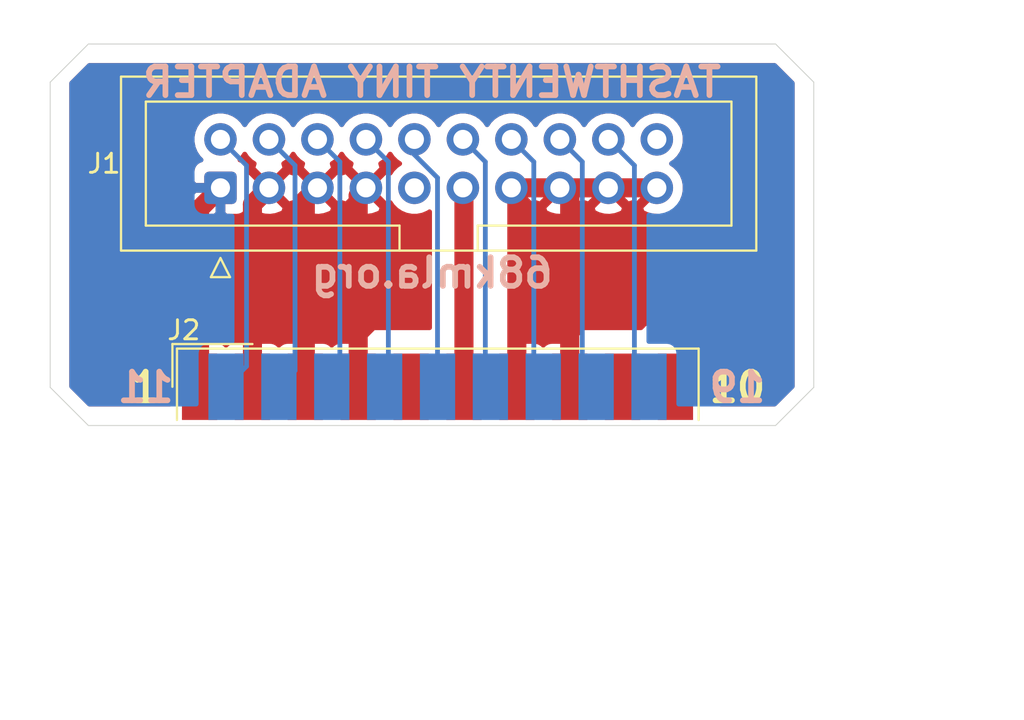
<source format=kicad_pcb>
(kicad_pcb (version 20171130) (host pcbnew "(5.1.9-0-10_14)")

  (general
    (thickness 1.6)
    (drawings 14)
    (tracks 44)
    (zones 0)
    (modules 2)
    (nets 13)
  )

  (page A4)
  (title_block
    (title "TashTwenty Tiny Adapter")
    (date 2021-11-28)
    (rev 1.0)
    (company Lostwave)
    (comment 1 https://68kmla.org)
    (comment 2 https://github.com/demik/oldworld/tree/master/EDA/DB19_IDC20)
  )

  (layers
    (0 F.Cu signal)
    (31 B.Cu signal)
    (36 B.SilkS user)
    (37 F.SilkS user)
    (38 B.Mask user)
    (39 F.Mask user)
    (44 Edge.Cuts user)
    (45 Margin user)
    (46 B.CrtYd user)
    (47 F.CrtYd user)
    (48 B.Fab user)
    (49 F.Fab user)
  )

  (setup
    (last_trace_width 0.25)
    (trace_clearance 0.2)
    (zone_clearance 0.508)
    (zone_45_only no)
    (trace_min 0.2)
    (via_size 1.6)
    (via_drill 0.8)
    (via_min_size 0.4)
    (via_min_drill 0.3)
    (uvia_size 0.3)
    (uvia_drill 0.1)
    (uvias_allowed no)
    (uvia_min_size 0.2)
    (uvia_min_drill 0.1)
    (edge_width 0.05)
    (segment_width 0.2)
    (pcb_text_width 0.3)
    (pcb_text_size 1.5 1.5)
    (mod_edge_width 0.12)
    (mod_text_size 1 1)
    (mod_text_width 0.15)
    (pad_size 1.524 1.524)
    (pad_drill 0.762)
    (pad_to_mask_clearance 0)
    (aux_axis_origin 0 0)
    (visible_elements FFFFFF7F)
    (pcbplotparams
      (layerselection 0x010fc_ffffffff)
      (usegerberextensions false)
      (usegerberattributes true)
      (usegerberadvancedattributes true)
      (creategerberjobfile true)
      (excludeedgelayer true)
      (linewidth 0.100000)
      (plotframeref false)
      (viasonmask false)
      (mode 1)
      (useauxorigin false)
      (hpglpennumber 1)
      (hpglpenspeed 20)
      (hpglpendiameter 15.000000)
      (psnegative false)
      (psa4output false)
      (plotreference true)
      (plotvalue true)
      (plotinvisibletext false)
      (padsonsilk false)
      (subtractmaskfromsilk false)
      (outputformat 1)
      (mirror false)
      (drillshape 1)
      (scaleselection 1)
      (outputdirectory ""))
  )

  (net 0 "")
  (net 1 +12V)
  (net 2 GND)
  (net 3 /WR)
  (net 4 /RD)
  (net 5 /~ENABLE)
  (net 6 /SEL)
  (net 7 /~WREQ)
  (net 8 /PH3)
  (net 9 /PH2)
  (net 10 /PH1)
  (net 11 /PH0)
  (net 12 +5V)

  (net_class Default "This is the default net class."
    (clearance 0.2)
    (trace_width 0.25)
    (via_dia 1.6)
    (via_drill 0.8)
    (uvia_dia 0.3)
    (uvia_drill 0.1)
    (add_net /PH0)
    (add_net /PH1)
    (add_net /PH2)
    (add_net /PH3)
    (add_net /RD)
    (add_net /SEL)
    (add_net /WR)
    (add_net /~ENABLE)
    (add_net /~WREQ)
  )

  (net_class POWER ""
    (clearance 0.2)
    (trace_width 1)
    (via_dia 1.6)
    (via_drill 0.8)
    (uvia_dia 0.3)
    (uvia_drill 0.1)
    (add_net +12V)
    (add_net +5V)
    (add_net GND)
  )

  (module Connector_Apple:DSUB-19_Male_EdgeMount_P2.77mm (layer F.Cu) (tedit 61A01D8A) (tstamp 61A0D243)
    (at 120 120)
    (descr "25-pin D-Sub connector, solder-cups edge-mounted, male, x-pin-pitch 2.77mm, distance of mounting holes 47.1mm, see https://disti-assets.s3.amazonaws.com/tonar/files/datasheets/16730.pdf")
    (tags "25-pin D-Sub connector edge mount solder cup male x-pin-pitch 2.77mm mounting holes distance 47.1mm")
    (path /61A3D54F)
    (attr smd)
    (fp_text reference J2 (at -13 -5) (layer F.SilkS)
      (effects (font (size 1 1) (thickness 0.15)))
    )
    (fp_text value DB19_Female (at 0 14.605) (layer F.Fab)
      (effects (font (size 1 1) (thickness 0.15)))
    )
    (fp_line (start -12.775 -2.942) (end -12.775 -0.042) (layer F.Fab) (width 0.1))
    (fp_line (start -12.775 -0.042) (end -11.575 -0.042) (layer F.Fab) (width 0.1))
    (fp_line (start -11.575 -0.042) (end -11.575 -2.942) (layer F.Fab) (width 0.1))
    (fp_line (start -11.575 -2.942) (end -12.775 -2.942) (layer F.Fab) (width 0.1))
    (fp_line (start -10.005 -2.942) (end -10.005 -0.042) (layer F.Fab) (width 0.1))
    (fp_line (start -10.005 -0.042) (end -8.805 -0.042) (layer F.Fab) (width 0.1))
    (fp_line (start -8.805 -0.042) (end -8.805 -2.942) (layer F.Fab) (width 0.1))
    (fp_line (start -8.805 -2.942) (end -10.005 -2.942) (layer F.Fab) (width 0.1))
    (fp_line (start -7.235 -2.942) (end -7.235 -0.042) (layer F.Fab) (width 0.1))
    (fp_line (start -7.235 -0.042) (end -6.035 -0.042) (layer F.Fab) (width 0.1))
    (fp_line (start -6.035 -0.042) (end -6.035 -2.942) (layer F.Fab) (width 0.1))
    (fp_line (start -6.035 -2.942) (end -7.235 -2.942) (layer F.Fab) (width 0.1))
    (fp_line (start -4.465 -2.942) (end -4.465 -0.042) (layer F.Fab) (width 0.1))
    (fp_line (start -4.465 -0.042) (end -3.265 -0.042) (layer F.Fab) (width 0.1))
    (fp_line (start -3.265 -0.042) (end -3.265 -2.942) (layer F.Fab) (width 0.1))
    (fp_line (start -3.265 -2.942) (end -4.465 -2.942) (layer F.Fab) (width 0.1))
    (fp_line (start -1.695 -2.942) (end -1.695 -0.042) (layer F.Fab) (width 0.1))
    (fp_line (start -1.695 -0.042) (end -0.495 -0.042) (layer F.Fab) (width 0.1))
    (fp_line (start -0.495 -0.042) (end -0.495 -2.942) (layer F.Fab) (width 0.1))
    (fp_line (start -0.495 -2.942) (end -1.695 -2.942) (layer F.Fab) (width 0.1))
    (fp_line (start 1.075 -2.942) (end 1.075 -0.042) (layer F.Fab) (width 0.1))
    (fp_line (start 1.075 -0.042) (end 2.275 -0.042) (layer F.Fab) (width 0.1))
    (fp_line (start 2.275 -0.042) (end 2.275 -2.942) (layer F.Fab) (width 0.1))
    (fp_line (start 2.275 -2.942) (end 1.075 -2.942) (layer F.Fab) (width 0.1))
    (fp_line (start 3.845 -2.942) (end 3.845 -0.042) (layer F.Fab) (width 0.1))
    (fp_line (start 3.845 -0.042) (end 5.045 -0.042) (layer F.Fab) (width 0.1))
    (fp_line (start 5.045 -0.042) (end 5.045 -2.942) (layer F.Fab) (width 0.1))
    (fp_line (start 5.045 -2.942) (end 3.845 -2.942) (layer F.Fab) (width 0.1))
    (fp_line (start 6.615 -2.942) (end 6.615 -0.042) (layer F.Fab) (width 0.1))
    (fp_line (start 6.615 -0.042) (end 7.815 -0.042) (layer F.Fab) (width 0.1))
    (fp_line (start 7.815 -0.042) (end 7.815 -2.942) (layer F.Fab) (width 0.1))
    (fp_line (start 7.815 -2.942) (end 6.615 -2.942) (layer F.Fab) (width 0.1))
    (fp_line (start 9.385 -2.942) (end 9.385 -0.042) (layer F.Fab) (width 0.1))
    (fp_line (start 9.385 -0.042) (end 10.585 -0.042) (layer F.Fab) (width 0.1))
    (fp_line (start 10.585 -0.042) (end 10.585 -2.942) (layer F.Fab) (width 0.1))
    (fp_line (start 10.585 -2.942) (end 9.385 -2.942) (layer F.Fab) (width 0.1))
    (fp_line (start 12.155 -2.942) (end 12.155 -0.042) (layer F.Fab) (width 0.1))
    (fp_line (start 12.155 -0.042) (end 13.355 -0.042) (layer F.Fab) (width 0.1))
    (fp_line (start 13.355 -0.042) (end 13.355 -2.942) (layer F.Fab) (width 0.1))
    (fp_line (start 13.355 -2.942) (end 12.155 -2.942) (layer F.Fab) (width 0.1))
    (fp_line (start -11.39 -2.942) (end -11.39 -0.042) (layer B.Fab) (width 0.1))
    (fp_line (start -11.39 -0.042) (end -10.19 -0.042) (layer B.Fab) (width 0.1))
    (fp_line (start -10.19 -0.042) (end -10.19 -2.942) (layer B.Fab) (width 0.1))
    (fp_line (start -10.19 -2.942) (end -11.39 -2.942) (layer B.Fab) (width 0.1))
    (fp_line (start -8.62 -2.942) (end -8.62 -0.042) (layer B.Fab) (width 0.1))
    (fp_line (start -8.62 -0.042) (end -7.42 -0.042) (layer B.Fab) (width 0.1))
    (fp_line (start -7.42 -0.042) (end -7.42 -2.942) (layer B.Fab) (width 0.1))
    (fp_line (start -7.42 -2.942) (end -8.62 -2.942) (layer B.Fab) (width 0.1))
    (fp_line (start -5.85 -2.942) (end -5.85 -0.042) (layer B.Fab) (width 0.1))
    (fp_line (start -5.85 -0.042) (end -4.65 -0.042) (layer B.Fab) (width 0.1))
    (fp_line (start -4.65 -0.042) (end -4.65 -2.942) (layer B.Fab) (width 0.1))
    (fp_line (start -4.65 -2.942) (end -5.85 -2.942) (layer B.Fab) (width 0.1))
    (fp_line (start -3.08 -2.942) (end -3.08 -0.042) (layer B.Fab) (width 0.1))
    (fp_line (start -3.08 -0.042) (end -1.88 -0.042) (layer B.Fab) (width 0.1))
    (fp_line (start -1.88 -0.042) (end -1.88 -2.942) (layer B.Fab) (width 0.1))
    (fp_line (start -1.88 -2.942) (end -3.08 -2.942) (layer B.Fab) (width 0.1))
    (fp_line (start -0.31 -2.942) (end -0.31 -0.042) (layer B.Fab) (width 0.1))
    (fp_line (start -0.31 -0.042) (end 0.89 -0.042) (layer B.Fab) (width 0.1))
    (fp_line (start 0.89 -0.042) (end 0.89 -2.942) (layer B.Fab) (width 0.1))
    (fp_line (start 0.89 -2.942) (end -0.31 -2.942) (layer B.Fab) (width 0.1))
    (fp_line (start 2.46 -2.942) (end 2.46 -0.042) (layer B.Fab) (width 0.1))
    (fp_line (start 2.46 -0.042) (end 3.66 -0.042) (layer B.Fab) (width 0.1))
    (fp_line (start 3.66 -0.042) (end 3.66 -2.942) (layer B.Fab) (width 0.1))
    (fp_line (start 3.66 -2.942) (end 2.46 -2.942) (layer B.Fab) (width 0.1))
    (fp_line (start 5.23 -2.942) (end 5.23 -0.042) (layer B.Fab) (width 0.1))
    (fp_line (start 5.23 -0.042) (end 6.43 -0.042) (layer B.Fab) (width 0.1))
    (fp_line (start 6.43 -0.042) (end 6.43 -2.942) (layer B.Fab) (width 0.1))
    (fp_line (start 6.43 -2.942) (end 5.23 -2.942) (layer B.Fab) (width 0.1))
    (fp_line (start 8 -2.942) (end 8 -0.042) (layer B.Fab) (width 0.1))
    (fp_line (start 8 -0.042) (end 9.2 -0.042) (layer B.Fab) (width 0.1))
    (fp_line (start 9.2 -0.042) (end 9.2 -2.942) (layer B.Fab) (width 0.1))
    (fp_line (start 9.2 -2.942) (end 8 -2.942) (layer B.Fab) (width 0.1))
    (fp_line (start 10.77 -2.942) (end 10.77 -0.042) (layer B.Fab) (width 0.1))
    (fp_line (start 10.77 -0.042) (end 11.97 -0.042) (layer B.Fab) (width 0.1))
    (fp_line (start 11.97 -0.042) (end 11.97 -2.942) (layer B.Fab) (width 0.1))
    (fp_line (start 11.97 -2.942) (end 10.77 -2.942) (layer B.Fab) (width 0.1))
    (fp_line (start 13.54 -0.042) (end 14.74 -0.042) (layer B.Fab) (width 0.1))
    (fp_line (start -14.105 -0.042) (end -14.105 2.758) (layer F.Fab) (width 0.1))
    (fp_line (start -14.105 2.758) (end 15.748 2.758) (layer F.Fab) (width 0.1))
    (fp_line (start 14.732 2.758) (end 14.732 -0.042) (layer F.Fab) (width 0.1))
    (fp_line (start 14.732 -0.042) (end -14.105 -0.042) (layer F.Fab) (width 0.1))
    (fp_line (start -15.105 2.758) (end -15.105 7.258) (layer F.Fab) (width 0.1))
    (fp_line (start -15.105 7.258) (end 22.7965 7.258) (layer F.Fab) (width 0.1))
    (fp_line (start 15.748 7.258) (end 15.748 2.758) (layer F.Fab) (width 0.1))
    (fp_line (start 15.748 2.758) (end -15.105 2.758) (layer F.Fab) (width 0.1))
    (fp_line (start -22.105 7.258) (end -22.105 7.658) (layer F.Fab) (width 0.1))
    (fp_line (start -22.105 7.658) (end 22.7965 7.658) (layer F.Fab) (width 0.1))
    (fp_line (start 22.7965 7.658) (end 22.7965 7.258) (layer F.Fab) (width 0.1))
    (fp_line (start 22.7965 7.258) (end -22.105 7.258) (layer F.Fab) (width 0.1))
    (fp_line (start -14.705 7.658) (end -14.705 13.658) (layer F.Fab) (width 0.1))
    (fp_line (start -14.705 13.658) (end 15.36791 13.65338) (layer F.Fab) (width 0.1))
    (fp_line (start 15.396229 13.66049) (end 15.396229 7.66049) (layer F.Fab) (width 0.1))
    (fp_line (start 22.7965 7.658) (end -14.705 7.658) (layer F.Fab) (width 0.1))
    (fp_line (start -13.605 -4.282) (end 14.224 -4.282) (layer F.CrtYd) (width 0.05))
    (fp_line (start 14.224 -4.282) (end 14.224 -0.532) (layer F.CrtYd) (width 0.05))
    (fp_line (start 14.224 -0.532) (end 15.224 -0.532) (layer F.CrtYd) (width 0.05))
    (fp_line (start 15.224 -0.532) (end 15.224 2.268) (layer F.CrtYd) (width 0.05))
    (fp_line (start 15.224 2.268) (end 16.224 2.268) (layer F.CrtYd) (width 0.05))
    (fp_line (start 16.224 2.268) (end 16.224 6.768) (layer F.CrtYd) (width 0.05))
    (fp_line (start 16.224 6.768) (end 23.224 6.768) (layer F.CrtYd) (width 0.05))
    (fp_line (start 23.224 6.768) (end 23.224 8.168) (layer F.CrtYd) (width 0.05))
    (fp_line (start 23.241 8.168) (end 15.841 8.168) (layer F.CrtYd) (width 0.05))
    (fp_line (start 15.841 8.168) (end 15.841 14.168) (layer F.CrtYd) (width 0.05))
    (fp_line (start 15.841 14.168) (end -15.205 14.168) (layer F.CrtYd) (width 0.05))
    (fp_line (start -15.205 14.168) (end -15.205 8.168) (layer F.CrtYd) (width 0.05))
    (fp_line (start -15.205 8.168) (end -22.605 8.168) (layer F.CrtYd) (width 0.05))
    (fp_line (start -22.605 8.168) (end -22.605 6.768) (layer F.CrtYd) (width 0.05))
    (fp_line (start -22.605 6.768) (end -15.605 6.768) (layer F.CrtYd) (width 0.05))
    (fp_line (start -15.605 6.768) (end -15.605 2.268) (layer F.CrtYd) (width 0.05))
    (fp_line (start -15.605 2.268) (end -14.605 2.268) (layer F.CrtYd) (width 0.05))
    (fp_line (start -14.605 2.268) (end -14.605 -0.532) (layer F.CrtYd) (width 0.05))
    (fp_line (start -14.605 -0.532) (end -13.605 -0.532) (layer F.CrtYd) (width 0.05))
    (fp_line (start -13.605 -0.532) (end -13.605 -4.282) (layer F.CrtYd) (width 0.05))
    (fp_line (start 13.97 -0.292) (end 13.97 -4.032) (layer F.SilkS) (width 0.12))
    (fp_line (start 13.97 -4.032) (end -13.358333 -4.032) (layer F.SilkS) (width 0.12))
    (fp_line (start -13.358333 -4.032) (end -13.358333 -0.292) (layer F.SilkS) (width 0.12))
    (fp_line (start -13.598333 -2.032) (end -13.598333 -4.272) (layer F.SilkS) (width 0.12))
    (fp_line (start -13.598333 -4.272) (end -9.405 -4.272) (layer F.SilkS) (width 0.12))
    (fp_line (start -22.105 -0.042) (end 30.995 -0.042) (layer Dwgs.User) (width 0.05))
    (fp_text user "PCB edge" (at -17.105 -0.708667) (layer Dwgs.User)
      (effects (font (size 0.5 0.5) (thickness 0.075)))
    )
    (fp_text user %R (at 4.445 1.358) (layer F.Fab)
      (effects (font (size 1 1) (thickness 0.15)))
    )
    (pad 19 smd rect (at 11.37 -2.032) (size 1.846667 3.48) (layers B.Cu B.Paste B.Mask)
      (net 3 /WR))
    (pad 18 smd rect (at 8.6 -2.032) (size 1.846667 3.48) (layers B.Cu B.Paste B.Mask)
      (net 4 /RD))
    (pad 17 smd rect (at 5.83 -2.032) (size 1.846667 3.48) (layers B.Cu B.Paste B.Mask)
      (net 5 /~ENABLE))
    (pad 16 smd rect (at 3.06 -2.032) (size 1.846667 3.48) (layers B.Cu B.Paste B.Mask)
      (net 6 /SEL))
    (pad 15 smd rect (at 0.29 -2.032) (size 1.846667 3.48) (layers B.Cu B.Paste B.Mask)
      (net 7 /~WREQ))
    (pad 14 smd rect (at -2.48 -2.032) (size 1.846667 3.48) (layers B.Cu B.Paste B.Mask)
      (net 8 /PH3))
    (pad 13 smd rect (at -5.25 -2.032) (size 1.846667 3.48) (layers B.Cu B.Paste B.Mask)
      (net 9 /PH2))
    (pad 12 smd rect (at -8.02 -2.032) (size 1.846667 3.48) (layers B.Cu B.Paste B.Mask)
      (net 10 /PH1))
    (pad 11 smd rect (at -10.79 -2.032) (size 1.846667 3.48) (layers B.Cu B.Paste B.Mask)
      (net 11 /PH0))
    (pad 10 smd rect (at 12.755 -2.032) (size 1.846667 3.48) (layers F.Cu F.Paste F.Mask))
    (pad 9 smd rect (at 9.985 -2.032) (size 1.846667 3.48) (layers F.Cu F.Paste F.Mask))
    (pad 8 smd rect (at 7.215 -2.032) (size 1.846667 3.48) (layers F.Cu F.Paste F.Mask)
      (net 1 +12V))
    (pad 7 smd rect (at 4.445 -2.032) (size 1.846667 3.48) (layers F.Cu F.Paste F.Mask)
      (net 1 +12V))
    (pad 6 smd rect (at 1.675 -2.032) (size 1.846667 3.48) (layers F.Cu F.Paste F.Mask)
      (net 12 +5V))
    (pad 5 smd rect (at -1.095 -2.032) (size 1.846667 3.48) (layers F.Cu F.Paste F.Mask))
    (pad 4 smd rect (at -3.865 -2.032) (size 1.846667 3.48) (layers F.Cu F.Paste F.Mask)
      (net 2 GND))
    (pad 3 smd rect (at -6.635 -2.032) (size 1.846667 3.48) (layers F.Cu F.Paste F.Mask)
      (net 2 GND))
    (pad 2 smd rect (at -9.405 -2.032) (size 1.846667 3.48) (layers F.Cu F.Paste F.Mask)
      (net 2 GND))
    (pad 1 smd rect (at -12.175 -2.032) (size 1.846667 3.48) (layers F.Cu F.Paste F.Mask)
      (net 2 GND))
    (model ${KISYS3DMOD}/Connector_Dsub.3dshapes/DSUB-25_Male_EdgeMount_P2.77mm.wrl
      (at (xyz 0 0 0))
      (scale (xyz 1 1 1))
      (rotate (xyz 0 0 0))
    )
  )

  (module Connector_IDC:IDC-Header_2x10_P2.54mm_Vertical (layer F.Cu) (tedit 5EAC9A07) (tstamp 61A0722C)
    (at 108.92 107.54 90)
    (descr "Through hole IDC box header, 2x10, 2.54mm pitch, DIN 41651 / IEC 60603-13, double rows, https://docs.google.com/spreadsheets/d/16SsEcesNF15N3Lb4niX7dcUr-NY5_MFPQhobNuNppn4/edit#gid=0")
    (tags "Through hole vertical IDC box header THT 2x10 2.54mm double row")
    (path /61A0248C)
    (fp_text reference J1 (at 1.27 -6.1 180) (layer F.SilkS)
      (effects (font (size 1 1) (thickness 0.15)))
    )
    (fp_text value Conn_02x10_Odd_Even (at 1.27 28.96 90) (layer F.Fab)
      (effects (font (size 1 1) (thickness 0.15)))
    )
    (fp_line (start 6.22 -5.6) (end -3.68 -5.6) (layer F.CrtYd) (width 0.05))
    (fp_line (start 6.22 28.46) (end 6.22 -5.6) (layer F.CrtYd) (width 0.05))
    (fp_line (start -3.68 28.46) (end 6.22 28.46) (layer F.CrtYd) (width 0.05))
    (fp_line (start -3.68 -5.6) (end -3.68 28.46) (layer F.CrtYd) (width 0.05))
    (fp_line (start -4.68 0.5) (end -3.68 0) (layer F.SilkS) (width 0.12))
    (fp_line (start -4.68 -0.5) (end -4.68 0.5) (layer F.SilkS) (width 0.12))
    (fp_line (start -3.68 0) (end -4.68 -0.5) (layer F.SilkS) (width 0.12))
    (fp_line (start -1.98 13.48) (end -3.29 13.48) (layer F.SilkS) (width 0.12))
    (fp_line (start -1.98 13.48) (end -1.98 13.48) (layer F.SilkS) (width 0.12))
    (fp_line (start -1.98 26.77) (end -1.98 13.48) (layer F.SilkS) (width 0.12))
    (fp_line (start 4.52 26.77) (end -1.98 26.77) (layer F.SilkS) (width 0.12))
    (fp_line (start 4.52 -3.91) (end 4.52 26.77) (layer F.SilkS) (width 0.12))
    (fp_line (start -1.98 -3.91) (end 4.52 -3.91) (layer F.SilkS) (width 0.12))
    (fp_line (start -1.98 9.38) (end -1.98 -3.91) (layer F.SilkS) (width 0.12))
    (fp_line (start -3.29 9.38) (end -1.98 9.38) (layer F.SilkS) (width 0.12))
    (fp_line (start -3.29 28.07) (end -3.29 -5.21) (layer F.SilkS) (width 0.12))
    (fp_line (start 5.83 28.07) (end -3.29 28.07) (layer F.SilkS) (width 0.12))
    (fp_line (start 5.83 -5.21) (end 5.83 28.07) (layer F.SilkS) (width 0.12))
    (fp_line (start -3.29 -5.21) (end 5.83 -5.21) (layer F.SilkS) (width 0.12))
    (fp_line (start -1.98 13.48) (end -3.18 13.48) (layer F.Fab) (width 0.1))
    (fp_line (start -1.98 13.48) (end -1.98 13.48) (layer F.Fab) (width 0.1))
    (fp_line (start -1.98 26.77) (end -1.98 13.48) (layer F.Fab) (width 0.1))
    (fp_line (start 4.52 26.77) (end -1.98 26.77) (layer F.Fab) (width 0.1))
    (fp_line (start 4.52 -3.91) (end 4.52 26.77) (layer F.Fab) (width 0.1))
    (fp_line (start -1.98 -3.91) (end 4.52 -3.91) (layer F.Fab) (width 0.1))
    (fp_line (start -1.98 9.38) (end -1.98 -3.91) (layer F.Fab) (width 0.1))
    (fp_line (start -3.18 9.38) (end -1.98 9.38) (layer F.Fab) (width 0.1))
    (fp_line (start -3.18 27.96) (end -3.18 -4.1) (layer F.Fab) (width 0.1))
    (fp_line (start 5.72 27.96) (end -3.18 27.96) (layer F.Fab) (width 0.1))
    (fp_line (start 5.72 -5.1) (end 5.72 27.96) (layer F.Fab) (width 0.1))
    (fp_line (start -2.18 -5.1) (end 5.72 -5.1) (layer F.Fab) (width 0.1))
    (fp_line (start -3.18 -4.1) (end -2.18 -5.1) (layer F.Fab) (width 0.1))
    (fp_text user %R (at 1.27 11.43) (layer F.Fab)
      (effects (font (size 1 1) (thickness 0.15)))
    )
    (pad 20 thru_hole circle (at 2.54 22.86 90) (size 1.7 1.7) (drill 1) (layers *.Cu *.Mask))
    (pad 18 thru_hole circle (at 2.54 20.32 90) (size 1.7 1.7) (drill 1) (layers *.Cu *.Mask)
      (net 3 /WR))
    (pad 16 thru_hole circle (at 2.54 17.78 90) (size 1.7 1.7) (drill 1) (layers *.Cu *.Mask)
      (net 4 /RD))
    (pad 14 thru_hole circle (at 2.54 15.24 90) (size 1.7 1.7) (drill 1) (layers *.Cu *.Mask)
      (net 5 /~ENABLE))
    (pad 12 thru_hole circle (at 2.54 12.7 90) (size 1.7 1.7) (drill 1) (layers *.Cu *.Mask)
      (net 6 /SEL))
    (pad 10 thru_hole circle (at 2.54 10.16 90) (size 1.7 1.7) (drill 1) (layers *.Cu *.Mask)
      (net 7 /~WREQ))
    (pad 8 thru_hole circle (at 2.54 7.62 90) (size 1.7 1.7) (drill 1) (layers *.Cu *.Mask)
      (net 8 /PH3))
    (pad 6 thru_hole circle (at 2.54 5.08 90) (size 1.7 1.7) (drill 1) (layers *.Cu *.Mask)
      (net 9 /PH2))
    (pad 4 thru_hole circle (at 2.54 2.54 90) (size 1.7 1.7) (drill 1) (layers *.Cu *.Mask)
      (net 10 /PH1))
    (pad 2 thru_hole circle (at 2.54 0 90) (size 1.7 1.7) (drill 1) (layers *.Cu *.Mask)
      (net 11 /PH0))
    (pad 19 thru_hole circle (at 0 22.86 90) (size 1.7 1.7) (drill 1) (layers *.Cu *.Mask)
      (net 1 +12V))
    (pad 17 thru_hole circle (at 0 20.32 90) (size 1.7 1.7) (drill 1) (layers *.Cu *.Mask)
      (net 1 +12V))
    (pad 15 thru_hole circle (at 0 17.78 90) (size 1.7 1.7) (drill 1) (layers *.Cu *.Mask)
      (net 1 +12V))
    (pad 13 thru_hole circle (at 0 15.24 90) (size 1.7 1.7) (drill 1) (layers *.Cu *.Mask)
      (net 1 +12V))
    (pad 11 thru_hole circle (at 0 12.7 90) (size 1.7 1.7) (drill 1) (layers *.Cu *.Mask)
      (net 12 +5V))
    (pad 9 thru_hole circle (at 0 10.16 90) (size 1.7 1.7) (drill 1) (layers *.Cu *.Mask))
    (pad 7 thru_hole circle (at 0 7.62 90) (size 1.7 1.7) (drill 1) (layers *.Cu *.Mask)
      (net 2 GND))
    (pad 5 thru_hole circle (at 0 5.08 90) (size 1.7 1.7) (drill 1) (layers *.Cu *.Mask)
      (net 2 GND))
    (pad 3 thru_hole circle (at 0 2.54 90) (size 1.7 1.7) (drill 1) (layers *.Cu *.Mask)
      (net 2 GND))
    (pad 1 thru_hole roundrect (at 0 0 90) (size 1.7 1.7) (drill 1) (layers *.Cu *.Mask) (roundrect_rratio 0.147059)
      (net 2 GND))
    (model ${KISYS3DMOD}/Connector_IDC.3dshapes/IDC-Header_2x10_P2.54mm_Vertical.wrl
      (at (xyz 0 0 0))
      (scale (xyz 1 1 1))
      (rotate (xyz 0 0 0))
    )
  )

  (gr_text 10 (at 136 118) (layer F.SilkS)
    (effects (font (size 1.5 1.5) (thickness 0.3)))
  )
  (gr_text 1 (at 105 118) (layer F.SilkS)
    (effects (font (size 1.5 1.5) (thickness 0.3)))
  )
  (gr_text 11 (at 105 118) (layer B.SilkS)
    (effects (font (size 1.5 1.5) (thickness 0.3)) (justify mirror))
  )
  (gr_text 19 (at 136 118) (layer B.SilkS)
    (effects (font (size 1.5 1.5) (thickness 0.3)) (justify mirror))
  )
  (gr_text 68kmla.org (at 120 112) (layer B.SilkS)
    (effects (font (size 1.5 1.5) (thickness 0.3)) (justify mirror))
  )
  (gr_text "TASHTWENTY TINY ADAPTER" (at 120 102) (layer B.SilkS)
    (effects (font (size 1.5 1.5) (thickness 0.3)) (justify mirror))
  )
  (gr_line (start 100 118) (end 100 102) (layer Edge.Cuts) (width 0.05) (tstamp 61A0730C))
  (gr_line (start 102 120) (end 100 118) (layer Edge.Cuts) (width 0.05))
  (gr_line (start 138 120) (end 102 120) (layer Edge.Cuts) (width 0.05))
  (gr_line (start 140 118) (end 138 120) (layer Edge.Cuts) (width 0.05))
  (gr_line (start 140 102) (end 140 118) (layer Edge.Cuts) (width 0.05))
  (gr_line (start 138 100) (end 140 102) (layer Edge.Cuts) (width 0.05))
  (gr_line (start 102 100) (end 138 100) (layer Edge.Cuts) (width 0.05))
  (gr_line (start 100 102) (end 102 100) (layer Edge.Cuts) (width 0.05))

  (segment (start 127.215 108.055) (end 126.7 107.54) (width 1) (layer F.Cu) (net 1))
  (segment (start 127.215 117.968) (end 127.215 108.055) (width 1) (layer F.Cu) (net 1))
  (segment (start 124.16 107.54) (end 126.7 107.54) (width 1) (layer F.Cu) (net 1))
  (segment (start 126.7 107.54) (end 129.24 107.54) (width 1) (layer F.Cu) (net 1))
  (segment (start 131.78 107.54) (end 129.24 107.54) (width 1) (layer F.Cu) (net 1))
  (segment (start 124.445 107.825) (end 124.16 107.54) (width 1) (layer F.Cu) (net 1))
  (segment (start 124.445 117.968) (end 124.445 107.825) (width 1) (layer F.Cu) (net 1))
  (segment (start 116.135 107.945) (end 116.54 107.54) (width 1) (layer F.Cu) (net 2))
  (segment (start 116.135 117.968) (end 116.135 107.945) (width 1) (layer F.Cu) (net 2))
  (segment (start 113.365 108.175) (end 114 107.54) (width 1) (layer F.Cu) (net 2))
  (segment (start 113.365 117.968) (end 113.365 108.175) (width 1) (layer F.Cu) (net 2))
  (segment (start 110.595 108.405) (end 111.46 107.54) (width 1) (layer F.Cu) (net 2))
  (segment (start 110.595 117.968) (end 110.595 108.405) (width 1) (layer F.Cu) (net 2))
  (segment (start 107.825 108.635) (end 108.92 107.54) (width 1) (layer F.Cu) (net 2))
  (segment (start 107.825 117.968) (end 107.825 108.635) (width 1) (layer F.Cu) (net 2))
  (segment (start 130.604999 106.364999) (end 129.24 105) (width 0.25) (layer B.Cu) (net 3))
  (segment (start 130.604999 117.202999) (end 130.604999 106.364999) (width 0.25) (layer B.Cu) (net 3))
  (segment (start 131.37 117.968) (end 130.604999 117.202999) (width 0.25) (layer B.Cu) (net 3))
  (segment (start 127.875001 106.175001) (end 126.7 105) (width 0.25) (layer B.Cu) (net 4))
  (segment (start 127.875001 117.243001) (end 127.875001 106.175001) (width 0.25) (layer B.Cu) (net 4))
  (segment (start 128.6 117.968) (end 127.875001 117.243001) (width 0.25) (layer B.Cu) (net 4))
  (segment (start 125.335001 106.175001) (end 124.16 105) (width 0.25) (layer B.Cu) (net 5))
  (segment (start 125.335001 117.473001) (end 125.335001 106.175001) (width 0.25) (layer B.Cu) (net 5))
  (segment (start 125.83 117.968) (end 125.335001 117.473001) (width 0.25) (layer B.Cu) (net 5))
  (segment (start 122.795001 117.703001) (end 122.795001 106.175001) (width 0.25) (layer B.Cu) (net 6))
  (segment (start 122.795001 106.175001) (end 121.62 105) (width 0.25) (layer B.Cu) (net 6))
  (segment (start 123.06 117.968) (end 122.795001 117.703001) (width 0.25) (layer B.Cu) (net 6))
  (segment (start 119.08 105.800998) (end 119.08 105) (width 0.25) (layer B.Cu) (net 7))
  (segment (start 120.29 107.010998) (end 119.08 105.800998) (width 0.25) (layer B.Cu) (net 7))
  (segment (start 120.29 117.968) (end 120.29 107.010998) (width 0.25) (layer B.Cu) (net 7))
  (segment (start 117.715001 106.175001) (end 116.54 105) (width 0.25) (layer B.Cu) (net 8))
  (segment (start 117.715001 117.772999) (end 117.715001 106.175001) (width 0.25) (layer B.Cu) (net 8))
  (segment (start 117.52 117.968) (end 117.715001 117.772999) (width 0.25) (layer B.Cu) (net 8))
  (segment (start 115.175001 106.175001) (end 114 105) (width 0.25) (layer B.Cu) (net 9))
  (segment (start 115.175001 117.542999) (end 115.175001 106.175001) (width 0.25) (layer B.Cu) (net 9))
  (segment (start 114.75 117.968) (end 115.175001 117.542999) (width 0.25) (layer B.Cu) (net 9))
  (segment (start 112.824999 106.364999) (end 111.46 105) (width 0.25) (layer B.Cu) (net 10))
  (segment (start 112.824999 117.123001) (end 112.824999 106.364999) (width 0.25) (layer B.Cu) (net 10))
  (segment (start 111.98 117.968) (end 112.824999 117.123001) (width 0.25) (layer B.Cu) (net 10))
  (segment (start 110.284999 106.364999) (end 108.92 105) (width 0.25) (layer B.Cu) (net 11))
  (segment (start 110.284999 116.893001) (end 110.284999 106.364999) (width 0.25) (layer B.Cu) (net 11))
  (segment (start 109.21 117.968) (end 110.284999 116.893001) (width 0.25) (layer B.Cu) (net 11))
  (segment (start 121.675 107.595) (end 121.62 107.54) (width 1) (layer F.Cu) (net 12))
  (segment (start 121.675 117.968) (end 121.675 107.595) (width 1) (layer F.Cu) (net 12))

  (zone (net 1) (net_name +12V) (layer F.Cu) (tstamp 0) (hatch edge 0.508)
    (connect_pads (clearance 0.508))
    (min_thickness 0.254)
    (fill yes (arc_segments 32) (thermal_gap 0.508) (thermal_bridge_width 0.508))
    (polygon
      (pts
        (xy 132 114) (xy 131 115) (xy 128 115) (xy 127 116) (xy 124 116)
        (xy 124 107) (xy 132 107)
      )
    )
    (filled_polygon
      (pts
        (xy 131.873 107.42511) (xy 131.873 107.65489) (xy 131.794143 107.733748) (xy 131.78 107.719605) (xy 130.931208 108.568397)
        (xy 131.008843 108.817472) (xy 131.272883 108.943371) (xy 131.556411 109.015339) (xy 131.848531 109.030611) (xy 131.873 109.02706)
        (xy 131.873 113.947394) (xy 130.947394 114.873) (xy 128 114.873) (xy 127.975224 114.87544) (xy 127.951399 114.882667)
        (xy 127.929443 114.894403) (xy 127.910197 114.910197) (xy 127.078322 115.742072) (xy 126.92925 115.593) (xy 126.291667 115.589928)
        (xy 126.167185 115.602188) (xy 126.047487 115.638498) (xy 125.937173 115.697463) (xy 125.840482 115.776815) (xy 125.83 115.789587)
        (xy 125.819518 115.776815) (xy 125.722827 115.697463) (xy 125.612513 115.638498) (xy 125.492815 115.602188) (xy 125.368333 115.589928)
        (xy 124.73075 115.593) (xy 124.572 115.75175) (xy 124.572 115.873) (xy 124.318 115.873) (xy 124.318 115.75175)
        (xy 124.15925 115.593) (xy 124.127 115.592845) (xy 124.127 109.025303) (xy 124.228531 109.030611) (xy 124.518019 108.988599)
        (xy 124.793747 108.890919) (xy 124.931157 108.817472) (xy 125.008792 108.568397) (xy 125.851208 108.568397) (xy 125.928843 108.817472)
        (xy 126.192883 108.943371) (xy 126.476411 109.015339) (xy 126.768531 109.030611) (xy 127.058019 108.988599) (xy 127.333747 108.890919)
        (xy 127.471157 108.817472) (xy 127.548792 108.568397) (xy 128.391208 108.568397) (xy 128.468843 108.817472) (xy 128.732883 108.943371)
        (xy 129.016411 109.015339) (xy 129.308531 109.030611) (xy 129.598019 108.988599) (xy 129.873747 108.890919) (xy 130.011157 108.817472)
        (xy 130.088792 108.568397) (xy 129.24 107.719605) (xy 128.391208 108.568397) (xy 127.548792 108.568397) (xy 126.7 107.719605)
        (xy 125.851208 108.568397) (xy 125.008792 108.568397) (xy 124.16 107.719605) (xy 124.145858 107.733748) (xy 124.127 107.71489)
        (xy 124.127 107.36511) (xy 124.145858 107.346253) (xy 124.16 107.360395) (xy 124.174143 107.346253) (xy 124.353748 107.525858)
        (xy 124.339605 107.54) (xy 125.188397 108.388792) (xy 125.43 108.313486) (xy 125.671603 108.388792) (xy 126.520395 107.54)
        (xy 126.506253 107.525858) (xy 126.685858 107.346253) (xy 126.7 107.360395) (xy 126.714143 107.346253) (xy 126.893748 107.525858)
        (xy 126.879605 107.54) (xy 127.728397 108.388792) (xy 127.97 108.313486) (xy 128.211603 108.388792) (xy 129.060395 107.54)
        (xy 129.046253 107.525858) (xy 129.225858 107.346253) (xy 129.24 107.360395) (xy 129.254143 107.346253) (xy 129.433748 107.525858)
        (xy 129.419605 107.54) (xy 130.268397 108.388792) (xy 130.51 108.313486) (xy 130.751603 108.388792) (xy 131.600395 107.54)
        (xy 131.586253 107.525858) (xy 131.765858 107.346253) (xy 131.78 107.360395) (xy 131.794143 107.346253)
      )
    )
  )
  (zone (net 2) (net_name GND) (layer F.Cu) (tstamp 0) (hatch edge 0.508)
    (connect_pads (clearance 0.508))
    (min_thickness 0.254)
    (fill yes (arc_segments 32) (thermal_gap 0.508) (thermal_bridge_width 0.508))
    (polygon
      (pts
        (xy 139 102) (xy 139 118) (xy 138 119) (xy 135 119) (xy 135 115)
        (xy 133 115) (xy 133 107) (xy 132 106) (xy 121 106) (xy 120 107)
        (xy 120 115) (xy 117 115) (xy 116 116) (xy 109 116) (xy 107 119)
        (xy 102 119) (xy 101 118) (xy 101 102) (xy 102 101) (xy 138 101)
      )
    )
    (filled_polygon
      (pts
        (xy 138.873 102.052606) (xy 138.873 117.947394) (xy 137.947394 118.873) (xy 135.127 118.873) (xy 135.127 115)
        (xy 135.12456 114.975224) (xy 135.117333 114.951399) (xy 135.105597 114.929443) (xy 135.089803 114.910197) (xy 135.070557 114.894403)
        (xy 135.048601 114.882667) (xy 135.024776 114.87544) (xy 135 114.873) (xy 133.127 114.873) (xy 133.127 108.168546)
        (xy 133.207932 107.973158) (xy 133.265 107.68626) (xy 133.265 107.39374) (xy 133.207932 107.106842) (xy 133.09599 106.836589)
        (xy 132.933475 106.593368) (xy 132.726632 106.386525) (xy 132.55224 106.27) (xy 132.726632 106.153475) (xy 132.933475 105.946632)
        (xy 133.09599 105.703411) (xy 133.207932 105.433158) (xy 133.265 105.14626) (xy 133.265 104.85374) (xy 133.207932 104.566842)
        (xy 133.09599 104.296589) (xy 132.933475 104.053368) (xy 132.726632 103.846525) (xy 132.483411 103.68401) (xy 132.213158 103.572068)
        (xy 131.92626 103.515) (xy 131.63374 103.515) (xy 131.346842 103.572068) (xy 131.076589 103.68401) (xy 130.833368 103.846525)
        (xy 130.626525 104.053368) (xy 130.51 104.22776) (xy 130.393475 104.053368) (xy 130.186632 103.846525) (xy 129.943411 103.68401)
        (xy 129.673158 103.572068) (xy 129.38626 103.515) (xy 129.09374 103.515) (xy 128.806842 103.572068) (xy 128.536589 103.68401)
        (xy 128.293368 103.846525) (xy 128.086525 104.053368) (xy 127.97 104.22776) (xy 127.853475 104.053368) (xy 127.646632 103.846525)
        (xy 127.403411 103.68401) (xy 127.133158 103.572068) (xy 126.84626 103.515) (xy 126.55374 103.515) (xy 126.266842 103.572068)
        (xy 125.996589 103.68401) (xy 125.753368 103.846525) (xy 125.546525 104.053368) (xy 125.43 104.22776) (xy 125.313475 104.053368)
        (xy 125.106632 103.846525) (xy 124.863411 103.68401) (xy 124.593158 103.572068) (xy 124.30626 103.515) (xy 124.01374 103.515)
        (xy 123.726842 103.572068) (xy 123.456589 103.68401) (xy 123.213368 103.846525) (xy 123.006525 104.053368) (xy 122.89 104.22776)
        (xy 122.773475 104.053368) (xy 122.566632 103.846525) (xy 122.323411 103.68401) (xy 122.053158 103.572068) (xy 121.76626 103.515)
        (xy 121.47374 103.515) (xy 121.186842 103.572068) (xy 120.916589 103.68401) (xy 120.673368 103.846525) (xy 120.466525 104.053368)
        (xy 120.35 104.22776) (xy 120.233475 104.053368) (xy 120.026632 103.846525) (xy 119.783411 103.68401) (xy 119.513158 103.572068)
        (xy 119.22626 103.515) (xy 118.93374 103.515) (xy 118.646842 103.572068) (xy 118.376589 103.68401) (xy 118.133368 103.846525)
        (xy 117.926525 104.053368) (xy 117.81 104.22776) (xy 117.693475 104.053368) (xy 117.486632 103.846525) (xy 117.243411 103.68401)
        (xy 116.973158 103.572068) (xy 116.68626 103.515) (xy 116.39374 103.515) (xy 116.106842 103.572068) (xy 115.836589 103.68401)
        (xy 115.593368 103.846525) (xy 115.386525 104.053368) (xy 115.27 104.22776) (xy 115.153475 104.053368) (xy 114.946632 103.846525)
        (xy 114.703411 103.68401) (xy 114.433158 103.572068) (xy 114.14626 103.515) (xy 113.85374 103.515) (xy 113.566842 103.572068)
        (xy 113.296589 103.68401) (xy 113.053368 103.846525) (xy 112.846525 104.053368) (xy 112.73 104.22776) (xy 112.613475 104.053368)
        (xy 112.406632 103.846525) (xy 112.163411 103.68401) (xy 111.893158 103.572068) (xy 111.60626 103.515) (xy 111.31374 103.515)
        (xy 111.026842 103.572068) (xy 110.756589 103.68401) (xy 110.513368 103.846525) (xy 110.306525 104.053368) (xy 110.19 104.22776)
        (xy 110.073475 104.053368) (xy 109.866632 103.846525) (xy 109.623411 103.68401) (xy 109.353158 103.572068) (xy 109.06626 103.515)
        (xy 108.77374 103.515) (xy 108.486842 103.572068) (xy 108.216589 103.68401) (xy 107.973368 103.846525) (xy 107.766525 104.053368)
        (xy 107.60401 104.296589) (xy 107.492068 104.566842) (xy 107.435 104.85374) (xy 107.435 105.14626) (xy 107.492068 105.433158)
        (xy 107.60401 105.703411) (xy 107.766525 105.946632) (xy 107.89838 106.078487) (xy 107.82582 106.100498) (xy 107.715506 106.159463)
        (xy 107.618815 106.238815) (xy 107.539463 106.335506) (xy 107.480498 106.44582) (xy 107.444188 106.565518) (xy 107.431928 106.69)
        (xy 107.435 107.25425) (xy 107.59375 107.413) (xy 108.793 107.413) (xy 108.793 107.393) (xy 109.047 107.393)
        (xy 109.047 107.413) (xy 109.067 107.413) (xy 109.067 107.667) (xy 109.047 107.667) (xy 109.047 108.86625)
        (xy 109.20575 109.025) (xy 109.77 109.028072) (xy 109.894482 109.015812) (xy 110.01418 108.979502) (xy 110.124494 108.920537)
        (xy 110.221185 108.841185) (xy 110.300537 108.744494) (xy 110.359502 108.63418) (xy 110.379457 108.568397) (xy 110.611208 108.568397)
        (xy 110.688843 108.817472) (xy 110.952883 108.943371) (xy 111.236411 109.015339) (xy 111.528531 109.030611) (xy 111.818019 108.988599)
        (xy 112.093747 108.890919) (xy 112.231157 108.817472) (xy 112.308792 108.568397) (xy 113.151208 108.568397) (xy 113.228843 108.817472)
        (xy 113.492883 108.943371) (xy 113.776411 109.015339) (xy 114.068531 109.030611) (xy 114.358019 108.988599) (xy 114.633747 108.890919)
        (xy 114.771157 108.817472) (xy 114.848792 108.568397) (xy 115.691208 108.568397) (xy 115.768843 108.817472) (xy 116.032883 108.943371)
        (xy 116.316411 109.015339) (xy 116.608531 109.030611) (xy 116.898019 108.988599) (xy 117.173747 108.890919) (xy 117.311157 108.817472)
        (xy 117.388792 108.568397) (xy 116.54 107.719605) (xy 115.691208 108.568397) (xy 114.848792 108.568397) (xy 114 107.719605)
        (xy 113.151208 108.568397) (xy 112.308792 108.568397) (xy 111.46 107.719605) (xy 110.611208 108.568397) (xy 110.379457 108.568397)
        (xy 110.395812 108.514482) (xy 110.408072 108.39) (xy 110.408025 108.381443) (xy 110.431603 108.388792) (xy 111.280395 107.54)
        (xy 111.639605 107.54) (xy 112.488397 108.388792) (xy 112.73 108.313486) (xy 112.971603 108.388792) (xy 113.820395 107.54)
        (xy 114.179605 107.54) (xy 115.028397 108.388792) (xy 115.27 108.313486) (xy 115.511603 108.388792) (xy 116.360395 107.54)
        (xy 115.511603 106.691208) (xy 115.27 106.766514) (xy 115.028397 106.691208) (xy 114.179605 107.54) (xy 113.820395 107.54)
        (xy 112.971603 106.691208) (xy 112.73 106.766514) (xy 112.488397 106.691208) (xy 111.639605 107.54) (xy 111.280395 107.54)
        (xy 110.431603 106.691208) (xy 110.408025 106.698557) (xy 110.408072 106.69) (xy 110.395812 106.565518) (xy 110.359502 106.44582)
        (xy 110.300537 106.335506) (xy 110.221185 106.238815) (xy 110.124494 106.159463) (xy 110.01418 106.100498) (xy 109.94162 106.078487)
        (xy 110.073475 105.946632) (xy 110.19 105.77224) (xy 110.306525 105.946632) (xy 110.513368 106.153475) (xy 110.686729 106.269311)
        (xy 110.611208 106.511603) (xy 111.46 107.360395) (xy 112.308792 106.511603) (xy 112.233271 106.269311) (xy 112.406632 106.153475)
        (xy 112.613475 105.946632) (xy 112.73 105.77224) (xy 112.846525 105.946632) (xy 113.053368 106.153475) (xy 113.226729 106.269311)
        (xy 113.151208 106.511603) (xy 114 107.360395) (xy 114.848792 106.511603) (xy 114.773271 106.269311) (xy 114.946632 106.153475)
        (xy 115.153475 105.946632) (xy 115.27 105.77224) (xy 115.386525 105.946632) (xy 115.593368 106.153475) (xy 115.766729 106.269311)
        (xy 115.691208 106.511603) (xy 116.54 107.360395) (xy 117.388792 106.511603) (xy 117.313271 106.269311) (xy 117.486632 106.153475)
        (xy 117.693475 105.946632) (xy 117.81 105.77224) (xy 117.926525 105.946632) (xy 118.133368 106.153475) (xy 118.30776 106.27)
        (xy 118.133368 106.386525) (xy 117.926525 106.593368) (xy 117.810689 106.766729) (xy 117.568397 106.691208) (xy 116.719605 107.54)
        (xy 117.568397 108.388792) (xy 117.810689 108.313271) (xy 117.926525 108.486632) (xy 118.133368 108.693475) (xy 118.376589 108.85599)
        (xy 118.646842 108.967932) (xy 118.93374 109.025) (xy 119.22626 109.025) (xy 119.513158 108.967932) (xy 119.783411 108.85599)
        (xy 119.873 108.796129) (xy 119.873 114.873) (xy 117 114.873) (xy 116.975224 114.87544) (xy 116.951399 114.882667)
        (xy 116.929443 114.894403) (xy 116.910197 114.910197) (xy 116.008 115.812394) (xy 116.008 115.75175) (xy 115.84925 115.593)
        (xy 115.211667 115.589928) (xy 115.087185 115.602188) (xy 114.967487 115.638498) (xy 114.857173 115.697463) (xy 114.760482 115.776815)
        (xy 114.75 115.789587) (xy 114.739518 115.776815) (xy 114.642827 115.697463) (xy 114.532513 115.638498) (xy 114.412815 115.602188)
        (xy 114.288333 115.589928) (xy 113.65075 115.593) (xy 113.492 115.75175) (xy 113.492 115.873) (xy 113.238 115.873)
        (xy 113.238 115.75175) (xy 113.07925 115.593) (xy 112.441667 115.589928) (xy 112.317185 115.602188) (xy 112.197487 115.638498)
        (xy 112.087173 115.697463) (xy 111.990482 115.776815) (xy 111.98 115.789587) (xy 111.969518 115.776815) (xy 111.872827 115.697463)
        (xy 111.762513 115.638498) (xy 111.642815 115.602188) (xy 111.518333 115.589928) (xy 110.88075 115.593) (xy 110.722 115.75175)
        (xy 110.722 115.873) (xy 110.468 115.873) (xy 110.468 115.75175) (xy 110.30925 115.593) (xy 109.671667 115.589928)
        (xy 109.547185 115.602188) (xy 109.427487 115.638498) (xy 109.317173 115.697463) (xy 109.220482 115.776815) (xy 109.21 115.789587)
        (xy 109.199518 115.776815) (xy 109.102827 115.697463) (xy 108.992513 115.638498) (xy 108.872815 115.602188) (xy 108.748333 115.589928)
        (xy 108.11075 115.593) (xy 107.952 115.75175) (xy 107.952 117.343048) (xy 107.698 117.724048) (xy 107.698 115.75175)
        (xy 107.53925 115.593) (xy 106.901667 115.589928) (xy 106.777185 115.602188) (xy 106.657487 115.638498) (xy 106.547173 115.697463)
        (xy 106.450482 115.776815) (xy 106.37113 115.873506) (xy 106.312165 115.98382) (xy 106.275855 116.103518) (xy 106.263595 116.228)
        (xy 106.266667 117.68225) (xy 106.425417 117.841) (xy 107.620032 117.841) (xy 107.450699 118.095) (xy 106.425417 118.095)
        (xy 106.266667 118.25375) (xy 106.265359 118.873) (xy 102.052606 118.873) (xy 101.127 117.947394) (xy 101.127 108.39)
        (xy 107.431928 108.39) (xy 107.444188 108.514482) (xy 107.480498 108.63418) (xy 107.539463 108.744494) (xy 107.618815 108.841185)
        (xy 107.715506 108.920537) (xy 107.82582 108.979502) (xy 107.945518 109.015812) (xy 108.07 109.028072) (xy 108.63425 109.025)
        (xy 108.793 108.86625) (xy 108.793 107.667) (xy 107.59375 107.667) (xy 107.435 107.82575) (xy 107.431928 108.39)
        (xy 101.127 108.39) (xy 101.127 102.052606) (xy 102.052606 101.127) (xy 137.947394 101.127)
      )
    )
  )
  (zone (net 2) (net_name GND) (layer B.Cu) (tstamp 0) (hatch edge 0.508)
    (connect_pads (clearance 0.508))
    (min_thickness 0.254)
    (fill yes (arc_segments 32) (thermal_gap 0.508) (thermal_bridge_width 0.508))
    (polygon
      (pts
        (xy 139 102) (xy 139 118) (xy 138 119) (xy 102 119) (xy 101 118)
        (xy 101 102) (xy 102 101) (xy 138 101)
      )
    )
    (filled_polygon
      (pts
        (xy 138.873 102.052606) (xy 138.873 117.947394) (xy 137.947394 118.873) (xy 132.931405 118.873) (xy 132.931405 116.228)
        (xy 132.919145 116.103518) (xy 132.882835 115.98382) (xy 132.82387 115.873506) (xy 132.744518 115.776815) (xy 132.647827 115.697463)
        (xy 132.537513 115.638498) (xy 132.417815 115.602188) (xy 132.293333 115.589928) (xy 131.364999 115.589928) (xy 131.364999 108.971544)
        (xy 131.63374 109.025) (xy 131.92626 109.025) (xy 132.213158 108.967932) (xy 132.483411 108.85599) (xy 132.726632 108.693475)
        (xy 132.933475 108.486632) (xy 133.09599 108.243411) (xy 133.207932 107.973158) (xy 133.265 107.68626) (xy 133.265 107.39374)
        (xy 133.207932 107.106842) (xy 133.09599 106.836589) (xy 132.933475 106.593368) (xy 132.726632 106.386525) (xy 132.55224 106.27)
        (xy 132.726632 106.153475) (xy 132.933475 105.946632) (xy 133.09599 105.703411) (xy 133.207932 105.433158) (xy 133.265 105.14626)
        (xy 133.265 104.85374) (xy 133.207932 104.566842) (xy 133.09599 104.296589) (xy 132.933475 104.053368) (xy 132.726632 103.846525)
        (xy 132.483411 103.68401) (xy 132.213158 103.572068) (xy 131.92626 103.515) (xy 131.63374 103.515) (xy 131.346842 103.572068)
        (xy 131.076589 103.68401) (xy 130.833368 103.846525) (xy 130.626525 104.053368) (xy 130.51 104.22776) (xy 130.393475 104.053368)
        (xy 130.186632 103.846525) (xy 129.943411 103.68401) (xy 129.673158 103.572068) (xy 129.38626 103.515) (xy 129.09374 103.515)
        (xy 128.806842 103.572068) (xy 128.536589 103.68401) (xy 128.293368 103.846525) (xy 128.086525 104.053368) (xy 127.97 104.22776)
        (xy 127.853475 104.053368) (xy 127.646632 103.846525) (xy 127.403411 103.68401) (xy 127.133158 103.572068) (xy 126.84626 103.515)
        (xy 126.55374 103.515) (xy 126.266842 103.572068) (xy 125.996589 103.68401) (xy 125.753368 103.846525) (xy 125.546525 104.053368)
        (xy 125.43 104.22776) (xy 125.313475 104.053368) (xy 125.106632 103.846525) (xy 124.863411 103.68401) (xy 124.593158 103.572068)
        (xy 124.30626 103.515) (xy 124.01374 103.515) (xy 123.726842 103.572068) (xy 123.456589 103.68401) (xy 123.213368 103.846525)
        (xy 123.006525 104.053368) (xy 122.89 104.22776) (xy 122.773475 104.053368) (xy 122.566632 103.846525) (xy 122.323411 103.68401)
        (xy 122.053158 103.572068) (xy 121.76626 103.515) (xy 121.47374 103.515) (xy 121.186842 103.572068) (xy 120.916589 103.68401)
        (xy 120.673368 103.846525) (xy 120.466525 104.053368) (xy 120.35 104.22776) (xy 120.233475 104.053368) (xy 120.026632 103.846525)
        (xy 119.783411 103.68401) (xy 119.513158 103.572068) (xy 119.22626 103.515) (xy 118.93374 103.515) (xy 118.646842 103.572068)
        (xy 118.376589 103.68401) (xy 118.133368 103.846525) (xy 117.926525 104.053368) (xy 117.81 104.22776) (xy 117.693475 104.053368)
        (xy 117.486632 103.846525) (xy 117.243411 103.68401) (xy 116.973158 103.572068) (xy 116.68626 103.515) (xy 116.39374 103.515)
        (xy 116.106842 103.572068) (xy 115.836589 103.68401) (xy 115.593368 103.846525) (xy 115.386525 104.053368) (xy 115.27 104.22776)
        (xy 115.153475 104.053368) (xy 114.946632 103.846525) (xy 114.703411 103.68401) (xy 114.433158 103.572068) (xy 114.14626 103.515)
        (xy 113.85374 103.515) (xy 113.566842 103.572068) (xy 113.296589 103.68401) (xy 113.053368 103.846525) (xy 112.846525 104.053368)
        (xy 112.73 104.22776) (xy 112.613475 104.053368) (xy 112.406632 103.846525) (xy 112.163411 103.68401) (xy 111.893158 103.572068)
        (xy 111.60626 103.515) (xy 111.31374 103.515) (xy 111.026842 103.572068) (xy 110.756589 103.68401) (xy 110.513368 103.846525)
        (xy 110.306525 104.053368) (xy 110.19 104.22776) (xy 110.073475 104.053368) (xy 109.866632 103.846525) (xy 109.623411 103.68401)
        (xy 109.353158 103.572068) (xy 109.06626 103.515) (xy 108.77374 103.515) (xy 108.486842 103.572068) (xy 108.216589 103.68401)
        (xy 107.973368 103.846525) (xy 107.766525 104.053368) (xy 107.60401 104.296589) (xy 107.492068 104.566842) (xy 107.435 104.85374)
        (xy 107.435 105.14626) (xy 107.492068 105.433158) (xy 107.60401 105.703411) (xy 107.766525 105.946632) (xy 107.89838 106.078487)
        (xy 107.82582 106.100498) (xy 107.715506 106.159463) (xy 107.618815 106.238815) (xy 107.539463 106.335506) (xy 107.480498 106.44582)
        (xy 107.444188 106.565518) (xy 107.431928 106.69) (xy 107.435 107.25425) (xy 107.59375 107.413) (xy 108.793 107.413)
        (xy 108.793 107.393) (xy 109.047 107.393) (xy 109.047 107.413) (xy 109.067 107.413) (xy 109.067 107.667)
        (xy 109.047 107.667) (xy 109.047 108.86625) (xy 109.20575 109.025) (xy 109.525 109.026738) (xy 109.524999 115.589928)
        (xy 108.286667 115.589928) (xy 108.162185 115.602188) (xy 108.042487 115.638498) (xy 107.932173 115.697463) (xy 107.835482 115.776815)
        (xy 107.75613 115.873506) (xy 107.697165 115.98382) (xy 107.660855 116.103518) (xy 107.648595 116.228) (xy 107.648595 118.873)
        (xy 102.052606 118.873) (xy 101.127 117.947394) (xy 101.127 108.39) (xy 107.431928 108.39) (xy 107.444188 108.514482)
        (xy 107.480498 108.63418) (xy 107.539463 108.744494) (xy 107.618815 108.841185) (xy 107.715506 108.920537) (xy 107.82582 108.979502)
        (xy 107.945518 109.015812) (xy 108.07 109.028072) (xy 108.63425 109.025) (xy 108.793 108.86625) (xy 108.793 107.667)
        (xy 107.59375 107.667) (xy 107.435 107.82575) (xy 107.431928 108.39) (xy 101.127 108.39) (xy 101.127 102.052606)
        (xy 102.052606 101.127) (xy 137.947394 101.127)
      )
    )
    (filled_polygon
      (pts
        (xy 111.653748 107.525858) (xy 111.639605 107.54) (xy 111.653748 107.554143) (xy 111.474143 107.733748) (xy 111.46 107.719605)
        (xy 111.445858 107.733748) (xy 111.266253 107.554143) (xy 111.280395 107.54) (xy 111.266253 107.525858) (xy 111.445858 107.346253)
        (xy 111.46 107.360395) (xy 111.474143 107.346253)
      )
    )
    (filled_polygon
      (pts
        (xy 114.193748 107.525858) (xy 114.179605 107.54) (xy 114.193748 107.554143) (xy 114.014143 107.733748) (xy 114 107.719605)
        (xy 113.985858 107.733748) (xy 113.806253 107.554143) (xy 113.820395 107.54) (xy 113.806253 107.525858) (xy 113.985858 107.346253)
        (xy 114 107.360395) (xy 114.014143 107.346253)
      )
    )
    (filled_polygon
      (pts
        (xy 116.733748 107.525858) (xy 116.719605 107.54) (xy 116.733748 107.554143) (xy 116.554143 107.733748) (xy 116.54 107.719605)
        (xy 116.525858 107.733748) (xy 116.346253 107.554143) (xy 116.360395 107.54) (xy 116.346253 107.525858) (xy 116.525858 107.346253)
        (xy 116.54 107.360395) (xy 116.554143 107.346253)
      )
    )
  )
)

</source>
